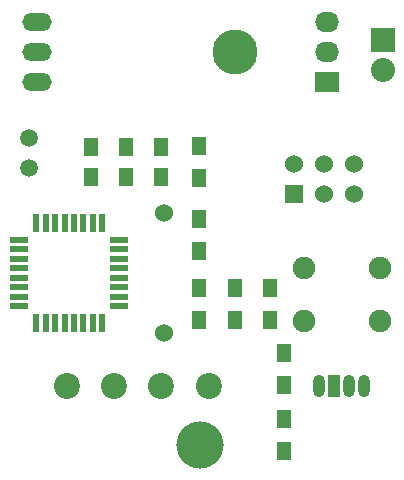
<source format=gbr>
G04 #@! TF.GenerationSoftware,KiCad,Pcbnew,(2017-09-19 revision dddaa7e69)-makepkg*
G04 #@! TF.CreationDate,2017-11-10T02:15:54+01:00*
G04 #@! TF.ProjectId,RICOH_AFICIO_SG_2100N_GEL_CHIP_RESETTER,5249434F485F41464943494F5F53475F,1*
G04 #@! TF.SameCoordinates,Original*
G04 #@! TF.FileFunction,Soldermask,Top*
G04 #@! TF.FilePolarity,Negative*
%FSLAX46Y46*%
G04 Gerber Fmt 4.6, Leading zero omitted, Abs format (unit mm)*
G04 Created by KiCad (PCBNEW (2017-09-19 revision dddaa7e69)-makepkg) date 11/10/17 02:15:54*
%MOMM*%
%LPD*%
G01*
G04 APERTURE LIST*
%ADD10C,1.905000*%
%ADD11C,1.501140*%
%ADD12R,1.524000X1.524000*%
%ADD13C,1.524000*%
%ADD14R,0.550000X1.600000*%
%ADD15R,1.600000X0.550000*%
%ADD16R,2.032000X2.032000*%
%ADD17O,2.032000X2.032000*%
%ADD18R,2.032000X1.727200*%
%ADD19O,2.032000X1.727200*%
%ADD20R,1.250000X1.500000*%
%ADD21R,1.300000X1.500000*%
%ADD22C,4.000000*%
%ADD23C,2.200000*%
%ADD24O,1.000000X1.900000*%
%ADD25R,1.000000X1.900000*%
%ADD26O,2.499360X1.501140*%
%ADD27C,3.799840*%
G04 APERTURE END LIST*
D10*
X167498660Y-107752100D03*
X161052140Y-107752100D03*
X167549460Y-112247900D03*
X161100400Y-112247900D03*
D11*
X137800000Y-96760000D03*
X137800000Y-99300000D03*
D12*
X160210000Y-101520000D03*
D13*
X160210000Y-98980000D03*
X162750000Y-101520000D03*
X162750000Y-98980000D03*
X165290000Y-101520000D03*
X165290000Y-98980000D03*
D14*
X138400000Y-112450000D03*
X139200000Y-112450000D03*
X140000000Y-112450000D03*
X140800000Y-112450000D03*
X141600000Y-112450000D03*
X142400000Y-112450000D03*
X143200000Y-112450000D03*
X144000000Y-112450000D03*
D15*
X145450000Y-111000000D03*
X145450000Y-110200000D03*
X145450000Y-109400000D03*
X145450000Y-108600000D03*
X145450000Y-107800000D03*
X145450000Y-107000000D03*
X145450000Y-106200000D03*
X145450000Y-105400000D03*
D14*
X144000000Y-103950000D03*
X143200000Y-103950000D03*
X142400000Y-103950000D03*
X141600000Y-103950000D03*
X140800000Y-103950000D03*
X140000000Y-103950000D03*
X139200000Y-103950000D03*
X138400000Y-103950000D03*
D15*
X136950000Y-105400000D03*
X136950000Y-106200000D03*
X136950000Y-107000000D03*
X136950000Y-107800000D03*
X136950000Y-108600000D03*
X136950000Y-109400000D03*
X136950000Y-110200000D03*
X136950000Y-111000000D03*
D13*
X149200000Y-113280000D03*
X149200000Y-103120000D03*
D16*
X167750000Y-88500000D03*
D17*
X167750000Y-91040000D03*
D18*
X163000000Y-92000000D03*
D19*
X163000000Y-89460000D03*
X163000000Y-86920000D03*
D20*
X146000000Y-100050000D03*
X146000000Y-97550000D03*
X149000000Y-100050000D03*
X149000000Y-97550000D03*
X143000000Y-100050000D03*
X143000000Y-97550000D03*
D21*
X155200000Y-112150000D03*
X155200000Y-109450000D03*
X152200000Y-109450000D03*
X152200000Y-112150000D03*
X158200000Y-112150000D03*
X158200000Y-109450000D03*
X152200000Y-100150000D03*
X152200000Y-97450000D03*
X152200000Y-106350000D03*
X152200000Y-103650000D03*
D22*
X152250000Y-122750000D03*
D23*
X141000000Y-117750000D03*
X145000000Y-117750000D03*
X149000000Y-117750000D03*
X153000000Y-117750000D03*
D24*
X162350000Y-117750000D03*
D25*
X163620000Y-117750000D03*
D24*
X164890000Y-117750000D03*
X166160000Y-117750000D03*
D21*
X159400000Y-123250000D03*
X159400000Y-120550000D03*
X159400000Y-117650000D03*
X159400000Y-114950000D03*
D26*
X138500000Y-89500000D03*
X138500000Y-86960000D03*
X138500000Y-92040000D03*
D27*
X155264000Y-89500000D03*
M02*

</source>
